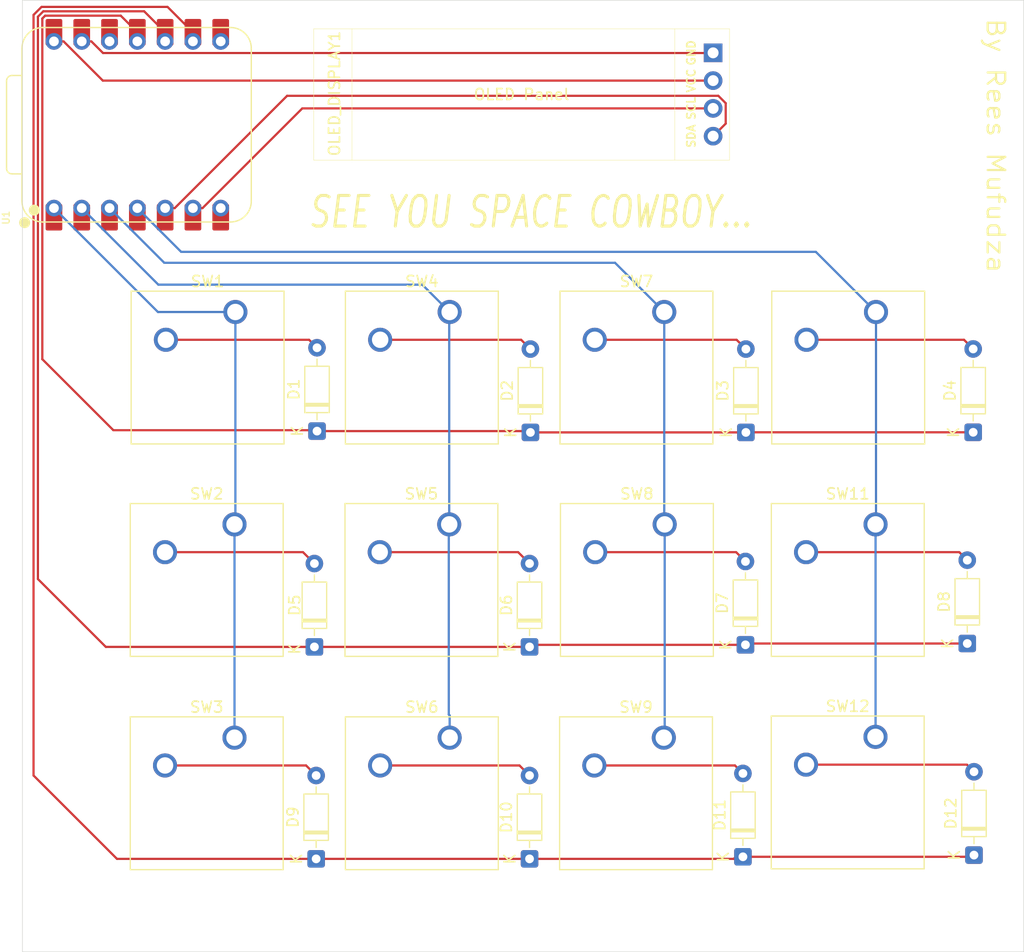
<source format=kicad_pcb>
(kicad_pcb (version 20241229) (generator "pcbnew") (generator_version "9.0")
  (layers (0 "F.Cu" signal) (2 "B.Cu" signal) (13 "F.Paste" user) (15 "B.Paste" user) (5 "F.SilkS" user "F.Silkscreen") (7 "B.SilkS" user "B.Silkscreen") (1 "F.Mask" user) (3 "B.Mask" user) (25 "Edge.Cuts" user))
  (net 0 "")
  (net 1 "Net-(D1-A)")
  (net 2 "Row 0")
  (net 3 "Net-(D2-A)")
  (net 4 "Net-(D3-A)")
  (net 5 "Net-(D4-A)")
  (net 6 "Net-(D5-A)")
  (net 7 "Row 1")
  (net 8 "Net-(D6-A)")
  (net 9 "Net-(D7-A)")
  (net 10 "Net-(D8-A)")
  (net 11 "Net-(D9-A)")
  (net 12 "Column 1")
  (net 13 "Net-(D10-A)")
  (net 14 "Net-(D11-A)")
  (net 15 "Net-(D12-A)")
  (net 16 "Net-(OLED_DISPLAY1-Pin_4)")
  (net 17 "GND")
  (net 18 "Net-(OLED_DISPLAY1-Pin_3)")
  (net 19 "+5V")
  (net 20 "Column 0")
  (net 24 "Row 2")
  (net 25 "Column 2")
  (net 26 "Column 3")
  (footprint "Button_Switch_Keyboard:SW_Cherry_MX_1.00u_PCB" (layer "F.Cu") (at 153 65.5)
    (property "Reference" "SW10" (hide yes))
    (property "Value" "SW_Push")
    (fp_line (start -9.525 -1.905) (end 4.445 -1.905) (stroke (width 0.12)) (layer "F.SilkS"))
    (fp_line (start -9.525 12.065) (end -9.525 -1.905) (stroke (width 0.12)) (layer "F.SilkS"))
    (fp_line (start 4.445 -1.905) (end 4.445 12.065) (stroke (width 0.12)) (layer "F.SilkS"))
    (fp_line (start 4.445 12.065) (end -9.525 12.065) (stroke (width 0.12)) (layer "F.SilkS"))
    (pad "" np_thru_hole circle (at -7.62 5.08) (size 1.7 1.7) (drill 1.7) (layers "*.Cu" "*.Mask"))
    (pad "" np_thru_hole circle (at -2.54 5.08) (size 4 4) (drill 4) (layers "*.Cu" "*.Mask"))
    (pad "" np_thru_hole circle (at 2.54 5.08) (size 1.7 1.7) (drill 1.7) (layers "*.Cu" "*.Mask"))
    (pad "1" thru_hole circle (at 0 0) (size 2.2 2.2) (drill 1.5) (layers "*.Cu" "*.Mask") (net 26 "Column 3"))
    (pad "2" thru_hole circle (at -6.35 2.54) (size 2.2 2.2) (drill 1.5) (layers "*.Cu" "*.Mask") (net 5 "Net-(D4-A)"))
  )
  (footprint "Button_Switch_Keyboard:SW_Cherry_MX_1.00u_PCB" (layer "F.Cu") (at 114.04 65.5)
    (property "Reference" "SW4" (at -2.54 -2.794 0) (layer "F.SilkS"))
    (property "Value" "SW_Push")
    (fp_line (start -9.525 -1.905) (end 4.445 -1.905) (stroke (width 0.12)) (layer "F.SilkS"))
    (fp_line (start -9.525 12.065) (end -9.525 -1.905) (stroke (width 0.12)) (layer "F.SilkS"))
    (fp_line (start 4.445 -1.905) (end 4.445 12.065) (stroke (width 0.12)) (layer "F.SilkS"))
    (fp_line (start 4.445 12.065) (end -9.525 12.065) (stroke (width 0.12)) (layer "F.SilkS"))
    (pad "" np_thru_hole circle (at -7.62 5.08) (size 1.7 1.7) (drill 1.7) (layers "*.Cu" "*.Mask"))
    (pad "" np_thru_hole circle (at -2.54 5.08) (size 4 4) (drill 4) (layers "*.Cu" "*.Mask"))
    (pad "" np_thru_hole circle (at 2.54 5.08) (size 1.7 1.7) (drill 1.7) (layers "*.Cu" "*.Mask"))
    (pad "1" thru_hole circle (at 0 0) (size 2.2 2.2) (drill 1.5) (layers "*.Cu" "*.Mask") (net 12 "Column 1"))
    (pad "2" thru_hole circle (at -6.35 2.54) (size 2.2 2.2) (drill 1.5) (layers "*.Cu" "*.Mask") (net 3 "Net-(D2-A)"))
  )
  (footprint "Button_Switch_Keyboard:SW_Cherry_MX_1.00u_PCB" (layer "F.Cu") (at 133.65 65.5)
    (property "Reference" "SW7" (at -2.54 -2.794 0) (layer "F.SilkS"))
    (property "Value" "SW_Push")
    (fp_line (start -9.525 -1.905) (end 4.445 -1.905) (stroke (width 0.12)) (layer "F.SilkS"))
    (fp_line (start -9.525 12.065) (end -9.525 -1.905) (stroke (width 0.12)) (layer "F.SilkS"))
    (fp_line (start 4.445 -1.905) (end 4.445 12.065) (stroke (width 0.12)) (layer "F.SilkS"))
    (fp_line (start 4.445 12.065) (end -9.525 12.065) (stroke (width 0.12)) (layer "F.SilkS"))
    (pad "" np_thru_hole circle (at -7.62 5.08) (size 1.7 1.7) (drill 1.7) (layers "*.Cu" "*.Mask"))
    (pad "" np_thru_hole circle (at -2.54 5.08) (size 4 4) (drill 4) (layers "*.Cu" "*.Mask"))
    (pad "" np_thru_hole circle (at 2.54 5.08) (size 1.7 1.7) (drill 1.7) (layers "*.Cu" "*.Mask"))
    (pad "1" thru_hole circle (at 0 0) (size 2.2 2.2) (drill 1.5) (layers "*.Cu" "*.Mask") (net 25 "Column 2"))
    (pad "2" thru_hole circle (at -6.35 2.54) (size 2.2 2.2) (drill 1.5) (layers "*.Cu" "*.Mask") (net 4 "Net-(D3-A)"))
  )
  (footprint "OPL Library:XIAO-RP2040-DIP" (layer "F.Cu") (at 85.5 48.38 90)
    (property "Reference" "U1" (at -8.5 -12 90) (layer "F.SilkS") (effects (font (size 0.635 0.635) (thickness 0.1016))))
    (property "Value" "XIAO-RP2040-DIP")
    (fp_line (start -3.991272 -11.951) (end 4.004 -11.951) (stroke (width 0.127)) (layer "F.SilkS"))
    (fp_line (start 4.504 -11.451) (end 4.504 -10.541) (stroke (width 0.127)) (layer "F.SilkS"))
    (fp_line (start 6.985 -10.541) (end -6.985 -10.541) (stroke (width 0.1)) (layer "F.SilkS"))
    (fp_line (start 6.985 -10.541) (end -6.985 -10.541) (stroke (width 0.127)) (layer "F.SilkS"))
    (fp_line (start -4.495 -10.541) (end -4.491272 -11.451272) (stroke (width 0.127)) (layer "F.SilkS"))
    (fp_line (start 8.89 8.509) (end 8.89 -8.636) (stroke (width 0.127)) (layer "F.SilkS"))
    (fp_line (start -8.89 8.509) (end -8.89 -8.636) (stroke (width 0.127)) (layer "F.SilkS"))
    (fp_line (start -6.985 10.414) (end 6.985 10.414) (stroke (width 0.127)) (layer "F.SilkS"))
    (fp_arc (start 4.004 -11.951) (mid 4.357553 -11.804553) (end 4.504 -11.451) (stroke (width 0.127)) (layer "F.SilkS"))
    (fp_arc (start -4.491272 -11.451272) (mid -4.344728 -11.80464) (end -3.991272 -11.951) (stroke (width 0.127)) (layer "F.SilkS"))
    (fp_arc (start 6.985 -10.541) (mid 8.332038 -9.983038) (end 8.89 -8.636) (stroke (width 0.127)) (layer "F.SilkS"))
    (fp_arc (start -8.89 -8.636) (mid -8.332038 -9.983038) (end -6.985 -10.541) (stroke (width 0.127)) (layer "F.SilkS"))
    (fp_arc (start 8.89 8.509) (mid 8.332038 9.856038) (end 6.985 10.414) (stroke (width 0.127)) (layer "F.SilkS"))
    (fp_arc (start -6.985 10.414) (mid -8.332038 9.856038) (end -8.89 8.509) (stroke (width 0.127)) (layer "F.SilkS"))
    (fp_circle (center -8.95 -10.3) (end -8.95 -10.554) (stroke (width 0.5)) (fill yes) (layer "F.SilkS"))
    (fp_circle (center -7.807 -9.42) (end -7.807 -9.674) (stroke (width 0.5)) (fill yes) (layer "F.SilkS"))
    (pad "1" smd roundrect (at -8.455 -7.62 270) (size 2.432 1.524) (layers "F.Cu" "F.Mask") (roundrect_rratio 0.1) (net 20 "Column 0"))
    (pad "1" thru_hole circle (at -7.62 -7.62 270) (size 1.524 1.524) (drill 0.889) (layers "*.Cu" "*.Mask") (net 20 "Column 0"))
    (pad "2" smd roundrect (at -8.455 -5.08 270) (size 2.432 1.524) (layers "F.Cu" "F.Mask") (roundrect_rratio 0.1) (net 12 "Column 1"))
    (pad "2" thru_hole circle (at -7.62 -5.08 270) (size 1.524 1.524) (drill 0.889) (layers "*.Cu" "*.Mask") (net 12 "Column 1"))
    (pad "3" smd roundrect (at -8.455 -2.54 270) (size 2.432 1.524) (layers "F.Cu" "F.Mask") (roundrect_rratio 0.1) (net 25 "Column 2"))
    (pad "3" thru_hole circle (at -7.62 -2.54 270) (size 1.524 1.524) (drill 0.889) (layers "*.Cu" "*.Mask") (net 25 "Column 2"))
    (pad "4" smd roundrect (at -8.455 0 270) (size 2.432 1.524) (layers "F.Cu" "F.Mask") (roundrect_rratio 0.1) (net 26 "Column 3"))
    (pad "4" thru_hole circle (at -7.62 0 270) (size 1.524 1.524) (drill 0.889) (layers "*.Cu" "*.Mask") (net 26 "Column 3"))
    (pad "5" smd roundrect (at -8.455 2.54 270) (size 2.432 1.524) (layers "F.Cu" "F.Mask") (roundrect_rratio 0.1) (net 16 "Net-(OLED_DISPLAY1-Pin_4)"))
    (pad "5" thru_hole circle (at -7.62 2.54 270) (size 1.524 1.524) (drill 0.889) (layers "*.Cu" "*.Mask") (net 16 "Net-(OLED_DISPLAY1-Pin_4)"))
    (pad "6" smd roundrect (at -8.455 5.08 270) (size 2.432 1.524) (layers "F.Cu" "F.Mask") (roundrect_rratio 0.1) (net 18 "Net-(OLED_DISPLAY1-Pin_3)"))
    (pad "6" thru_hole circle (at -7.62 5.08 270) (size 1.524 1.524) (drill 0.889) (layers "*.Cu" "*.Mask") (net 18 "Net-(OLED_DISPLAY1-Pin_3)"))
    (pad "7" smd roundrect (at -8.455 7.62 270) (size 2.432 1.524) (layers "F.Cu" "F.Mask") (roundrect_rratio 0.1))
    (pad "7" thru_hole circle (at -7.62 7.62 270) (size 1.524 1.524) (drill 0.889) (layers "*.Cu" "*.Mask"))
    (pad "8" thru_hole circle (at 7.62 7.62 90) (size 1.524 1.524) (drill 0.889) (layers "*.Cu" "*.Mask"))
    (pad "8" smd roundrect (at 8.455 7.62 90) (size 2.432 1.524) (layers "F.Cu" "F.Mask") (roundrect_rratio 0.1))
    (pad "9" thru_hole circle (at 7.62 5.08 90) (size 1.524 1.524) (drill 0.889) (layers "*.Cu" "*.Mask") (net 24 "Row 2"))
    (pad "9" smd roundrect (at 8.455 5.08 90) (size 2.432 1.524) (layers "F.Cu" "F.Mask") (roundrect_rratio 0.1) (net 24 "Row 2"))
    (pad "10" thru_hole circle (at 7.62 2.54 90) (size 1.524 1.524) (drill 0.889) (layers "*.Cu" "*.Mask") (net 7 "Row 1"))
    (pad "10" smd roundrect (at 8.455 2.54 90) (size 2.432 1.524) (layers "F.Cu" "F.Mask") (roundrect_rratio 0.1) (net 7 "Row 1"))
    (pad "11" thru_hole circle (at 7.62 0 90) (size 1.524 1.524) (drill 0.889) (layers "*.Cu" "*.Mask") (net 2 "Row 0"))
    (pad "11" smd roundrect (at 8.455 0 90) (size 2.432 1.524) (layers "F.Cu" "F.Mask") (roundrect_rratio 0.1) (net 2 "Row 0"))
    (pad "12" thru_hole circle (at 7.62 -2.54 90) (size 1.524 1.524) (drill 0.889) (layers "*.Cu" "*.Mask"))
    (pad "12" smd roundrect (at 8.455 -2.54 90) (size 2.432 1.524) (layers "F.Cu" "F.Mask") (roundrect_rratio 0.1))
    (pad "13" thru_hole circle (at 7.62 -5.08 90) (size 1.524 1.524) (drill 0.889) (layers "*.Cu" "*.Mask") (net 17 "GND"))
    (pad "13" smd roundrect (at 8.455 -5.08 90) (size 2.432 1.524) (layers "F.Cu" "F.Mask") (roundrect_rratio 0.1) (net 17 "GND"))
    (pad "14" thru_hole circle (at 7.62 -7.62 90) (size 1.524 1.524) (drill 0.889) (layers "*.Cu" "*.Mask") (net 19 "+5V"))
    (pad "14" smd roundrect (at 8.455 -7.62 90) (size 2.432 1.524) (layers "F.Cu" "F.Mask") (roundrect_rratio 0.1) (net 19 "+5V"))
  )
  (footprint "Button_Switch_Keyboard:SW_Cherry_MX_1.00u_PCB" (layer "F.Cu") (at 94.38 104.42)
    (property "Reference" "SW3" (at -2.54 -2.794 0) (layer "F.SilkS"))
    (property "Value" "SW_Push")
    (fp_line (start -9.525 -1.905) (end 4.445 -1.905) (stroke (width 0.12)) (layer "F.SilkS"))
    (fp_line (start -9.525 12.065) (end -9.525 -1.905) (stroke (width 0.12)) (layer "F.SilkS"))
    (fp_line (start 4.445 -1.905) (end 4.445 12.065) (stroke (width 0.12)) (layer "F.SilkS"))
    (fp_line (start 4.445 12.065) (end -9.525 12.065) (stroke (width 0.12)) (layer "F.SilkS"))
    (pad "" np_thru_hole circle (at -7.62 5.08) (size 1.7 1.7) (drill 1.7) (layers "*.Cu" "*.Mask"))
    (pad "" np_thru_hole circle (at -2.54 5.08) (size 4 4) (drill 4) (layers "*.Cu" "*.Mask"))
    (pad "" np_thru_hole circle (at 2.54 5.08) (size 1.7 1.7) (drill 1.7) (layers "*.Cu" "*.Mask"))
    (pad "1" thru_hole circle (at 0 0) (size 2.2 2.2) (drill 1.5) (layers "*.Cu" "*.Mask") (net 20 "Column 0"))
    (pad "2" thru_hole circle (at -6.35 2.54) (size 2.2 2.2) (drill 1.5) (layers "*.Cu" "*.Mask") (net 11 "Net-(D9-A)"))
  )
  (footprint "Button_Switch_Keyboard:SW_Cherry_MX_1.00u_PCB" (layer "F.Cu") (at 152.953537 104.345375)
    (property "Reference" "SW12" (at -2.54 -2.794 0) (layer "F.SilkS"))
    (property "Value" "SW_Push")
    (fp_line (start -9.525 -1.905) (end 4.445 -1.905) (stroke (width 0.12)) (layer "F.SilkS"))
    (fp_line (start -9.525 12.065) (end -9.525 -1.905) (stroke (width 0.12)) (layer "F.SilkS"))
    (fp_line (start 4.445 -1.905) (end 4.445 12.065) (stroke (width 0.12)) (layer "F.SilkS"))
    (fp_line (start 4.445 12.065) (end -9.525 12.065) (stroke (width 0.12)) (layer "F.SilkS"))
    (pad "" np_thru_hole circle (at -7.62 5.08) (size 1.7 1.7) (drill 1.7) (layers "*.Cu" "*.Mask"))
    (pad "" np_thru_hole circle (at -2.54 5.08) (size 4 4) (drill 4) (layers "*.Cu" "*.Mask"))
    (pad "" np_thru_hole circle (at 2.54 5.08) (size 1.7 1.7) (drill 1.7) (layers "*.Cu" "*.Mask"))
    (pad "1" thru_hole circle (at 0 0) (size 2.2 2.2) (drill 1.5) (layers "*.Cu" "*.Mask") (net 26 "Column 3"))
    (pad "2" thru_hole circle (at -6.35 2.54) (size 2.2 2.2) (drill 1.5) (layers "*.Cu" "*.Mask") (net 15 "Net-(D12-A)"))
  )
  (footprint "Button_Switch_Keyboard:SW_Cherry_MX_1.00u_PCB" (layer "F.Cu") (at 133.69 84.92)
    (property "Reference" "SW8" (at -2.54 -2.794 0) (layer "F.SilkS"))
    (property "Value" "SW_Push")
    (fp_line (start -9.525 -1.905) (end 4.445 -1.905) (stroke (width 0.12)) (layer "F.SilkS"))
    (fp_line (start -9.525 12.065) (end -9.525 -1.905) (stroke (width 0.12)) (layer "F.SilkS"))
    (fp_line (start 4.445 -1.905) (end 4.445 12.065) (stroke (width 0.12)) (layer "F.SilkS"))
    (fp_line (start 4.445 12.065) (end -9.525 12.065) (stroke (width 0.12)) (layer "F.SilkS"))
    (pad "" np_thru_hole circle (at -7.62 5.08) (size 1.7 1.7) (drill 1.7) (layers "*.Cu" "*.Mask"))
    (pad "" np_thru_hole circle (at -2.54 5.08) (size 4 4) (drill 4) (layers "*.Cu" "*.Mask"))
    (pad "" np_thru_hole circle (at 2.54 5.08) (size 1.7 1.7) (drill 1.7) (layers "*.Cu" "*.Mask"))
    (pad "1" thru_hole circle (at 0 0) (size 2.2 2.2) (drill 1.5) (layers "*.Cu" "*.Mask") (net 25 "Column 2"))
    (pad "2" thru_hole circle (at -6.35 2.54) (size 2.2 2.2) (drill 1.5) (layers "*.Cu" "*.Mask") (net 9 "Net-(D7-A)"))
  )
  (footprint "Button_Switch_Keyboard:SW_Cherry_MX_1.00u_PCB" (layer "F.Cu") (at 94.46 65.5)
    (property "Reference" "SW1" (at -2.54 -2.794 0) (layer "F.SilkS"))
    (property "Value" "SW_Push")
    (fp_line (start -9.525 -1.905) (end 4.445 -1.905) (stroke (width 0.12)) (layer "F.SilkS"))
    (fp_line (start -9.525 12.065) (end -9.525 -1.905) (stroke (width 0.12)) (layer "F.SilkS"))
    (fp_line (start 4.445 -1.905) (end 4.445 12.065) (stroke (width 0.12)) (layer "F.SilkS"))
    (fp_line (start 4.445 12.065) (end -9.525 12.065) (stroke (width 0.12)) (layer "F.SilkS"))
    (pad "" np_thru_hole circle (at -7.62 5.08) (size 1.7 1.7) (drill 1.7) (layers "*.Cu" "*.Mask"))
    (pad "" np_thru_hole circle (at -2.54 5.08) (size 4 4) (drill 4) (layers "*.Cu" "*.Mask"))
    (pad "" np_thru_hole circle (at 2.54 5.08) (size 1.7 1.7) (drill 1.7) (layers "*.Cu" "*.Mask"))
    (pad "1" thru_hole circle (at 0 0) (size 2.2 2.2) (drill 1.5) (layers "*.Cu" "*.Mask") (net 20 "Column 0"))
    (pad "2" thru_hole circle (at -6.35 2.54) (size 2.2 2.2) (drill 1.5) (layers "*.Cu" "*.Mask") (net 1 "Net-(D1-A)"))
  )
  (footprint "Diode_THT:D_DO-35_SOD27_P7.62mm_Horizontal" (layer "F.Cu") (at 140.84 115.31 90)
    (property "Reference" "D11" (at 3.81 -2.12 90) (layer "F.SilkS"))
    (property "Value" "1N4148")
    (fp_line (start 2.53 -1.12) (end 2.53 1.12) (stroke (width 0.12)) (layer "F.SilkS"))
    (fp_line (start 2.41 -1.12) (end 2.41 1.12) (stroke (width 0.12)) (layer "F.SilkS"))
    (fp_line (start 2.29 -1.12) (end 2.29 1.12) (stroke (width 0.12)) (layer "F.SilkS"))
    (fp_line (start 6.58 0) (end 5.93 0) (stroke (width 0.12)) (layer "F.SilkS"))
    (fp_line (start 1.04 0) (end 1.69 0) (stroke (width 0.12)) (layer "F.SilkS"))
    (fp_rect (start 1.69 -1.12) (end 5.93 1.12) (stroke (width 0.12)) (fill no) (layer "F.SilkS"))
    (fp_text user "K" (at 0 -1.8 90) (layer "F.SilkS"))
    (pad "1" thru_hole roundrect (at 0 0 90) (size 1.6 1.6) (drill 0.8) (layers "*.Cu" "*.Mask") (roundrect_rratio 0.15625) (net 24 "Row 2"))
    (pad "2" thru_hole circle (at 7.62 0 90) (size 1.6 1.6) (drill 0.8) (layers "*.Cu" "*.Mask") (net 14 "Net-(D11-A)"))
  )
  (footprint "Diode_THT:D_DO-35_SOD27_P7.62mm_Horizontal" (layer "F.Cu") (at 161.953537 115.155375 90)
    (property "Reference" "D12" (at 3.81 -2.12 90) (layer "F.SilkS"))
    (property "Value" "1N4148")
    (fp_line (start 2.53 -1.12) (end 2.53 1.12) (stroke (width 0.12)) (layer "F.SilkS"))
    (fp_line (start 2.41 -1.12) (end 2.41 1.12) (stroke (width 0.12)) (layer "F.SilkS"))
    (fp_line (start 2.29 -1.12) (end 2.29 1.12) (stroke (width 0.12)) (layer "F.SilkS"))
    (fp_line (start 6.58 0) (end 5.93 0) (stroke (width 0.12)) (layer "F.SilkS"))
    (fp_line (start 1.04 0) (end 1.69 0) (stroke (width 0.12)) (layer "F.SilkS"))
    (fp_rect (start 1.69 -1.12) (end 5.93 1.12) (stroke (width 0.12)) (fill no) (layer "F.SilkS"))
    (fp_text user "K" (at 0 -1.8 90) (layer "F.SilkS"))
    (pad "1" thru_hole roundrect (at 0 0 90) (size 1.6 1.6) (drill 0.8) (layers "*.Cu" "*.Mask") (roundrect_rratio 0.15625) (net 24 "Row 2"))
    (pad "2" thru_hole circle (at 7.62 0 90) (size 1.6 1.6) (drill 0.8) (layers "*.Cu" "*.Mask") (net 15 "Net-(D12-A)"))
  )
  (footprint "Diode_THT:D_DO-35_SOD27_P7.62mm_Horizontal" (layer "F.Cu") (at 121.42 76.51 90)
    (property "Reference" "D2" (at 3.81 -2.12 90) (layer "F.SilkS"))
    (property "Value" "1N4148")
    (fp_line (start 2.53 -1.12) (end 2.53 1.12) (stroke (width 0.12)) (layer "F.SilkS"))
    (fp_line (start 2.41 -1.12) (end 2.41 1.12) (stroke (width 0.12)) (layer "F.SilkS"))
    (fp_line (start 2.29 -1.12) (end 2.29 1.12) (stroke (width 0.12)) (layer "F.SilkS"))
    (fp_line (start 6.58 0) (end 5.93 0) (stroke (width 0.12)) (layer "F.SilkS"))
    (fp_line (start 1.04 0) (end 1.69 0) (stroke (width 0.12)) (layer "F.SilkS"))
    (fp_rect (start 1.69 -1.12) (end 5.93 1.12) (stroke (width 0.12)) (fill no) (layer "F.SilkS"))
    (fp_text user "K" (at 0 -1.8 90) (layer "F.SilkS"))
    (pad "1" thru_hole roundrect (at 0 0 90) (size 1.6 1.6) (drill 0.8) (layers "*.Cu" "*.Mask") (roundrect_rratio 0.15625) (net 2 "Row 0"))
    (pad "2" thru_hole circle (at 7.62 0 90) (size 1.6 1.6) (drill 0.8) (layers "*.Cu" "*.Mask") (net 3 "Net-(D2-A)"))
  )
  (footprint "Button_Switch_Keyboard:SW_Cherry_MX_1.00u_PCB" (layer "F.Cu") (at 114 84.92)
    (property "Reference" "SW5" (at -2.54 -2.794 0) (layer "F.SilkS"))
    (property "Value" "SW_Push")
    (fp_line (start -9.525 -1.905) (end 4.445 -1.905) (stroke (width 0.12)) (layer "F.SilkS"))
    (fp_line (start -9.525 12.065) (end -9.525 -1.905) (stroke (width 0.12)) (layer "F.SilkS"))
    (fp_line (start 4.445 -1.905) (end 4.445 12.065) (stroke (width 0.12)) (layer "F.SilkS"))
    (fp_line (start 4.445 12.065) (end -9.525 12.065) (stroke (width 0.12)) (layer "F.SilkS"))
    (pad "" np_thru_hole circle (at -7.62 5.08) (size 1.7 1.7) (drill 1.7) (layers "*.Cu" "*.Mask"))
    (pad "" np_thru_hole circle (at -2.54 5.08) (size 4 4) (drill 4) (layers "*.Cu" "*.Mask"))
    (pad "" np_thru_hole circle (at 2.54 5.08) (size 1.7 1.7) (drill 1.7) (layers "*.Cu" "*.Mask"))
    (pad "1" thru_hole circle (at 0 0) (size 2.2 2.2) (drill 1.5) (layers "*.Cu" "*.Mask") (net 12 "Column 1"))
    (pad "2" thru_hole circle (at -6.35 2.54) (size 2.2 2.2) (drill 1.5) (layers "*.Cu" "*.Mask") (net 8 "Net-(D6-A)"))
  )
  (footprint "ssd1306 0.91:SSD1306-0.91-OLED-4pin-128x32" (layer "F.Cu") (at 101.615 39.615)
    (property "Reference" "OLED_DISPLAY1" (at 1.9 5.91 90) (layer "F.SilkS"))
    (property "Value" "Conn_01x04_Pin")
    (fp_line (start 0 0) (end 0 12) (stroke (width 0.04)) (layer "F.SilkS"))
    (fp_line (start 0 12) (end 38 12) (stroke (width 0.04)) (layer "F.SilkS"))
    (fp_line (start 3.5 0) (end 3.5 12) (stroke (width 0.04)) (layer "F.SilkS"))
    (fp_line (start 33 0) (end 33 12) (stroke (width 0.04)) (layer "F.SilkS"))
    (fp_line (start 38 0) (end 0 0) (stroke (width 0.04)) (layer "F.SilkS"))
    (fp_line (start 38 12) (end 38 0) (stroke (width 0.04)) (layer "F.SilkS"))
    (fp_text user "SCL" (at 34.5 7.27 90) (layer "F.SilkS") (effects (font (size 0.75 0.75))))
    (fp_text user "OLED Panel" (at 19 6 0) (layer "F.SilkS"))
    (fp_text user "SDA" (at 34.5 9.81 90) (layer "F.SilkS") (effects (font (size 0.75 0.75))))
    (fp_text user "GND" (at 34.5 2.19 90) (layer "F.SilkS") (effects (font (size 0.75 0.75))))
    (fp_text user "VCC" (at 34.5 4.73 90) (layer "F.SilkS") (effects (font (size 0.75 0.75))))
    (pad "1" thru_hole rect (at 36.5 2.19) (size 1.7 1.7) (drill 1) (layers "*.Cu" "*.Mask") (net 17 "GND"))
    (pad "2" thru_hole oval (at 36.5 4.73) (size 1.7 1.7) (drill 1) (layers "*.Cu" "*.Mask") (net 19 "+5V"))
    (pad "3" thru_hole oval (at 36.5 7.27) (size 1.7 1.7) (drill 1) (layers "*.Cu" "*.Mask") (net 18 "Net-(OLED_DISPLAY1-Pin_3)"))
    (pad "4" thru_hole oval (at 36.5 9.81) (size 1.7 1.7) (drill 1) (layers "*.Cu" "*.Mask") (net 16 "Net-(OLED_DISPLAY1-Pin_4)"))
  )
  (footprint "Diode_THT:D_DO-35_SOD27_P7.62mm_Horizontal" (layer "F.Cu") (at 141.11 76.51 90)
    (property "Reference" "D3" (at 3.81 -2.12 90) (layer "F.SilkS"))
    (property "Value" "1N4148")
    (fp_line (start 2.53 -1.12) (end 2.53 1.12) (stroke (width 0.12)) (layer "F.SilkS"))
    (fp_line (start 2.41 -1.12) (end 2.41 1.12) (stroke (width 0.12)) (layer "F.SilkS"))
    (fp_line (start 2.29 -1.12) (end 2.29 1.12) (stroke (width 0.12)) (layer "F.SilkS"))
    (fp_line (start 6.58 0) (end 5.93 0) (stroke (width 0.12)) (layer "F.SilkS"))
    (fp_line (start 1.04 0) (end 1.69 0) (stroke (width 0.12)) (layer "F.SilkS"))
    (fp_rect (start 1.69 -1.12) (end 5.93 1.12) (stroke (width 0.12)) (fill no) (layer "F.SilkS"))
    (fp_text user "K" (at 0 -1.8 90) (layer "F.SilkS"))
    (pad "1" thru_hole roundrect (at 0 0 90) (size 1.6 1.6) (drill 0.8) (layers "*.Cu" "*.Mask") (roundrect_rratio 0.15625) (net 2 "Row 0"))
    (pad "2" thru_hole circle (at 7.62 0 90) (size 1.6 1.6) (drill 0.8) (layers "*.Cu" "*.Mask") (net 4 "Net-(D3-A)"))
  )
  (footprint "Diode_THT:D_DO-35_SOD27_P7.62mm_Horizontal" (layer "F.Cu") (at 161.88 76.5 90)
    (property "Reference" "D4" (at 3.81 -2.12 90) (layer "F.SilkS"))
    (property "Value" "1N4148")
    (fp_line (start 2.53 -1.12) (end 2.53 1.12) (stroke (width 0.12)) (layer "F.SilkS"))
    (fp_line (start 2.41 -1.12) (end 2.41 1.12) (stroke (width 0.12)) (layer "F.SilkS"))
    (fp_line (start 2.29 -1.12) (end 2.29 1.12) (stroke (width 0.12)) (layer "F.SilkS"))
    (fp_line (start 6.58 0) (end 5.93 0) (stroke (width 0.12)) (layer "F.SilkS"))
    (fp_line (start 1.04 0) (end 1.69 0) (stroke (width 0.12)) (layer "F.SilkS"))
    (fp_rect (start 1.69 -1.12) (end 5.93 1.12) (stroke (width 0.12)) (fill no) (layer "F.SilkS"))
    (fp_text user "K" (at 0 -1.8 90) (layer "F.SilkS"))
    (pad "1" thru_hole roundrect (at 0 0 90) (size 1.6 1.6) (drill 0.8) (layers "*.Cu" "*.Mask") (roundrect_rratio 0.15625) (net 2 "Row 0"))
    (pad "2" thru_hole circle (at 7.62 0 90) (size 1.6 1.6) (drill 0.8) (layers "*.Cu" "*.Mask") (net 5 "Net-(D4-A)"))
  )
  (footprint "Diode_THT:D_DO-35_SOD27_P7.62mm_Horizontal" (layer "F.Cu") (at 121.34 96.12 90)
    (property "Reference" "D6" (at 3.81 -2.12 90) (layer "F.SilkS"))
    (property "Value" "1N4148")
    (fp_line (start 2.53 -1.12) (end 2.53 1.12) (stroke (width 0.12)) (layer "F.SilkS"))
    (fp_line (start 2.41 -1.12) (end 2.41 1.12) (stroke (width 0.12)) (layer "F.SilkS"))
    (fp_line (start 2.29 -1.12) (end 2.29 1.12) (stroke (width 0.12)) (layer "F.SilkS"))
    (fp_line (start 6.58 0) (end 5.93 0) (stroke (width 0.12)) (layer "F.SilkS"))
    (fp_line (start 1.04 0) (end 1.69 0) (stroke (width 0.12)) (layer "F.SilkS"))
    (fp_rect (start 1.69 -1.12) (end 5.93 1.12) (stroke (width 0.12)) (fill no) (layer "F.SilkS"))
    (fp_text user "K" (at 0 -1.8 90) (layer "F.SilkS"))
    (pad "1" thru_hole roundrect (at 0 0 90) (size 1.6 1.6) (drill 0.8) (layers "*.Cu" "*.Mask") (roundrect_rratio 0.15625) (net 7 "Row 1"))
    (pad "2" thru_hole circle (at 7.62 0 90) (size 1.6 1.6) (drill 0.8) (layers "*.Cu" "*.Mask") (net 8 "Net-(D6-A)"))
  )
  (footprint "Diode_THT:D_DO-35_SOD27_P7.62mm_Horizontal" (layer "F.Cu") (at 141.07 95.93 90)
    (property "Reference" "D7" (at 3.81 -2.12 90) (layer "F.SilkS"))
    (property "Value" "1N4148")
    (fp_line (start 2.53 -1.12) (end 2.53 1.12) (stroke (width 0.12)) (layer "F.SilkS"))
    (fp_line (start 2.41 -1.12) (end 2.41 1.12) (stroke (width 0.12)) (layer "F.SilkS"))
    (fp_line (start 2.29 -1.12) (end 2.29 1.12) (stroke (width 0.12)) (layer "F.SilkS"))
    (fp_line (start 6.58 0) (end 5.93 0) (stroke (width 0.12)) (layer "F.SilkS"))
    (fp_line (start 1.04 0) (end 1.69 0) (stroke (width 0.12)) (layer "F.SilkS"))
    (fp_rect (start 1.69 -1.12) (end 5.93 1.12) (stroke (width 0.12)) (fill no) (layer "F.SilkS"))
    (fp_text user "K" (at 0 -1.8 90) (layer "F.SilkS"))
    (pad "1" thru_hole roundrect (at 0 0 90) (size 1.6 1.6) (drill 0.8) (layers "*.Cu" "*.Mask") (roundrect_rratio 0.15625) (net 7 "Row 1"))
    (pad "2" thru_hole circle (at 7.62 0 90) (size 1.6 1.6) (drill 0.8) (layers "*.Cu" "*.Mask") (net 9 "Net-(D7-A)"))
  )
  (footprint "Diode_THT:D_DO-35_SOD27_P7.62mm_Horizontal" (layer "F.Cu") (at 101.84 115.5 90)
    (property "Reference" "D9" (at 3.81 -2.12 90) (layer "F.SilkS"))
    (property "Value" "1N4148")
    (fp_line (start 2.53 -1.12) (end 2.53 1.12) (stroke (width 0.12)) (layer "F.SilkS"))
    (fp_line (start 2.41 -1.12) (end 2.41 1.12) (stroke (width 0.12)) (layer "F.SilkS"))
    (fp_line (start 2.29 -1.12) (end 2.29 1.12) (stroke (width 0.12)) (layer "F.SilkS"))
    (fp_line (start 6.58 0) (end 5.93 0) (stroke (width 0.12)) (layer "F.SilkS"))
    (fp_line (start 1.04 0) (end 1.69 0) (stroke (width 0.12)) (layer "F.SilkS"))
    (fp_rect (start 1.69 -1.12) (end 5.93 1.12) (stroke (width 0.12)) (fill no) (layer "F.SilkS"))
    (fp_text user "K" (at 0 -1.8 90) (layer "F.SilkS"))
    (pad "1" thru_hole roundrect (at 0 0 90) (size 1.6 1.6) (drill 0.8) (layers "*.Cu" "*.Mask") (roundrect_rratio 0.15625) (net 24 "Row 2"))
    (pad "2" thru_hole circle (at 7.62 0 90) (size 1.6 1.6) (drill 0.8) (layers "*.Cu" "*.Mask") (net 11 "Net-(D9-A)"))
  )
  (footprint "Diode_THT:D_DO-35_SOD27_P7.62mm_Horizontal" (layer "F.Cu") (at 161.34 95.81 90)
    (property "Reference" "D8" (at 3.81 -2.12 90) (layer "F.SilkS"))
    (property "Value" "1N4148")
    (fp_line (start 2.53 -1.12) (end 2.53 1.12) (stroke (width 0.12)) (layer "F.SilkS"))
    (fp_line (start 2.41 -1.12) (end 2.41 1.12) (stroke (width 0.12)) (layer "F.SilkS"))
    (fp_line (start 2.29 -1.12) (end 2.29 1.12) (stroke (width 0.12)) (layer "F.SilkS"))
    (fp_line (start 6.58 0) (end 5.93 0) (stroke (width 0.12)) (layer "F.SilkS"))
    (fp_line (start 1.04 0) (end 1.69 0) (stroke (width 0.12)) (layer "F.SilkS"))
    (fp_rect (start 1.69 -1.12) (end 5.93 1.12) (stroke (width 0.12)) (fill no) (layer "F.SilkS"))
    (fp_text user "K" (at 0 -1.8 90) (layer "F.SilkS"))
    (pad "1" thru_hole roundrect (at 0 0 90) (size 1.6 1.6) (drill 0.8) (layers "*.Cu" "*.Mask") (roundrect_rratio 0.15625) (net 7 "Row 1"))
    (pad "2" thru_hole circle (at 7.62 0 90) (size 1.6 1.6) (drill 0.8) (layers "*.Cu" "*.Mask") (net 10 "Net-(D8-A)"))
  )
  (footprint "Diode_THT:D_DO-35_SOD27_P7.62mm_Horizontal" (layer "F.Cu") (at 101.68 96.12 90)
    (property "Reference" "D5" (at 3.81 -1.8 90) (layer "F.SilkS"))
    (property "Value" "1N4148")
    (fp_line (start 2.53 -1.12) (end 2.53 1.12) (stroke (width 0.12)) (layer "F.SilkS"))
    (fp_line (start 2.41 -1.12) (end 2.41 1.12) (stroke (width 0.12)) (layer "F.SilkS"))
    (fp_line (start 2.29 -1.12) (end 2.29 1.12) (stroke (width 0.12)) (layer "F.SilkS"))
    (fp_line (start 6.58 0) (end 5.93 0) (stroke (width 0.12)) (layer "F.SilkS"))
    (fp_line (start 1.04 0) (end 1.69 0) (stroke (width 0.12)) (layer "F.SilkS"))
    (fp_rect (start 1.69 -1.12) (end 5.93 1.12) (stroke (width 0.12)) (fill no) (layer "F.SilkS"))
    (fp_text user "K" (at -0.19 -1.8 90) (layer "F.SilkS"))
    (pad "1" thru_hole roundrect (at 0 0 90) (size 1.6 1.6) (drill 0.8) (layers "*.Cu" "*.Mask") (roundrect_rratio 0.15625) (net 7 "Row 1"))
    (pad "2" thru_hole circle (at 7.62 0 90) (size 1.6 1.6) (drill 0.8) (layers "*.Cu" "*.Mask") (net 6 "Net-(D5-A)"))
  )
  (footprint "Diode_THT:D_DO-35_SOD27_P7.62mm_Horizontal" (layer "F.Cu") (at 101.92 76.39 90)
    (property "Reference" "D1" (at 3.81 -2.12 90) (layer "F.SilkS"))
    (property "Value" "1N4148")
    (fp_line (start 2.53 -1.12) (end 2.53 1.12) (stroke (width 0.12)) (layer "F.SilkS"))
    (fp_line (start 2.41 -1.12) (end 2.41 1.12) (stroke (width 0.12)) (layer "F.SilkS"))
    (fp_line (start 2.29 -1.12) (end 2.29 1.12) (stroke (width 0.12)) (layer "F.SilkS"))
    (fp_line (start 6.58 0) (end 5.93 0) (stroke (width 0.12)) (layer "F.SilkS"))
    (fp_line (start 1.04 0) (end 1.69 0) (stroke (width 0.12)) (layer "F.SilkS"))
    (fp_rect (start 1.69 -1.12) (end 5.93 1.12) (stroke (width 0.12)) (fill no) (layer "F.SilkS"))
    (fp_text user "K" (at 0 -1.8 90) (layer "F.SilkS"))
    (pad "1" thru_hole roundrect (at 0 0 90) (size 1.6 1.6) (drill 0.8) (layers "*.Cu" "*.Mask") (roundrect_rratio 0.15625) (net 2 "Row 0"))
    (pad "2" thru_hole circle (at 7.62 0 90) (size 1.6 1.6) (drill 0.8) (layers "*.Cu" "*.Mask") (net 1 "Net-(D1-A)"))
  )
  (footprint "Button_Switch_Keyboard:SW_Cherry_MX_1.00u_PCB" (layer "F.Cu") (at 114.04 104.42)
    (property "Reference" "SW6" (at -2.54 -2.794 0) (layer "F.SilkS"))
    (property "Value" "SW_Push")
    (fp_line (start -9.525 -1.905) (end 4.445 -1.905) (stroke (width 0.12)) (layer "F.SilkS"))
    (fp_line (start -9.525 12.065) (end -9.525 -1.905) (stroke (width 0.12)) (layer "F.SilkS"))
    (fp_line (start 4.445 -1.905) (end 4.445 12.065) (stroke (width 0.12)) (layer "F.SilkS"))
    (fp_line (start 4.445 12.065) (end -9.525 12.065) (stroke (width 0.12)) (layer "F.SilkS"))
    (pad "" np_thru_hole circle (at -7.62 5.08) (size 1.7 1.7) (drill 1.7) (layers "*.Cu" "*.Mask"))
    (pad "" np_thru_hole circle (at -2.54 5.08) (size 4 4) (drill 4) (layers "*.Cu" "*.Mask"))
    (pad "" np_thru_hole circle (at 2.54 5.08) (size 1.7 1.7) (drill 1.7) (layers "*.Cu" "*.Mask"))
    (pad "1" thru_hole circle (at 0 0) (size 2.2 2.2) (drill 1.5) (layers "*.Cu" "*.Mask") (net 12 "Column 1"))
    (pad "2" thru_hole circle (at -6.35 2.54) (size 2.2 2.2) (drill 1.5) (layers "*.Cu" "*.Mask") (net 13 "Net-(D10-A)"))
  )
  (footprint "Button_Switch_Keyboard:SW_Cherry_MX_1.00u_PCB" (layer "F.Cu") (at 152.96 84.92)
    (property "Reference" "SW11" (at -2.54 -2.794 0) (layer "F.SilkS"))
    (property "Value" "SW_Push")
    (fp_line (start -9.525 -1.905) (end 4.445 -1.905) (stroke (width 0.12)) (layer "F.SilkS"))
    (fp_line (start -9.525 12.065) (end -9.525 -1.905) (stroke (width 0.12)) (layer "F.SilkS"))
    (fp_line (start 4.445 -1.905) (end 4.445 12.065) (stroke (width 0.12)) (layer "F.SilkS"))
    (fp_line (start 4.445 12.065) (end -9.525 12.065) (stroke (width 0.12)) (layer "F.SilkS"))
    (pad "" np_thru_hole circle (at -7.62 5.08) (size 1.7 1.7) (drill 1.7) (layers "*.Cu" "*.Mask"))
    (pad "" np_thru_hole circle (at -2.54 5.08) (size 4 4) (drill 4) (layers "*.Cu" "*.Mask"))
    (pad "" np_thru_hole circle (at 2.54 5.08) (size 1.7 1.7) (drill 1.7) (layers "*.Cu" "*.Mask"))
    (pad "1" thru_hole circle (at 0 0) (size 2.2 2.2) (drill 1.5) (layers "*.Cu" "*.Mask") (net 26 "Column 3"))
    (pad "2" thru_hole circle (at -6.35 2.54) (size 2.2 2.2) (drill 1.5) (layers "*.Cu" "*.Mask") (net 10 "Net-(D8-A)"))
  )
  (footprint "Button_Switch_Keyboard:SW_Cherry_MX_1.00u_PCB" (layer "F.Cu") (at 94.38 84.92)
    (property "Reference" "SW2" (at -2.54 -2.794 0) (layer "F.SilkS"))
    (property "Value" "SW_Push")
    (fp_line (start -9.525 -1.905) (end 4.445 -1.905) (stroke (width 0.12)) (layer "F.SilkS"))
    (fp_line (start -9.525 12.065) (end -9.525 -1.905) (stroke (width 0.12)) (layer "F.SilkS"))
    (fp_line (start 4.445 -1.905) (end 4.445 12.065) (stroke (width 0.12)) (layer "F.SilkS"))
    (fp_line (start 4.445 12.065) (end -9.525 12.065) (stroke (width 0.12)) (layer "F.SilkS"))
    (pad "" np_thru_hole circle (at -7.62 5.08) (size 1.7 1.7) (drill 1.7) (layers "*.Cu" "*.Mask"))
    (pad "" np_thru_hole circle (at -2.54 5.08) (size 4 4) (drill 4) (layers "*.Cu" "*.Mask"))
    (pad "" np_thru_hole circle (at 2.54 5.08) (size 1.7 1.7) (drill 1.7) (layers "*.Cu" "*.Mask"))
    (pad "1" thru_hole circle (at 0 0) (size 2.2 2.2) (drill 1.5) (layers "*.Cu" "*.Mask") (net 20 "Column 0"))
    (pad "2" thru_hole circle (at -6.35 2.54) (size 2.2 2.2) (drill 1.5) (layers "*.Cu" "*.Mask") (net 6 "Net-(D5-A)"))
  )
  (footprint "Diode_THT:D_DO-35_SOD27_P7.62mm_Horizontal" (layer "F.Cu") (at 121.34 115.5 90)
    (property "Reference" "D10" (at 3.81 -2.12 90) (layer "F.SilkS"))
    (property "Value" "1N4148")
    (fp_line (start 2.53 -1.12) (end 2.53 1.12) (stroke (width 0.12)) (layer "F.SilkS"))
    (fp_line (start 2.41 -1.12) (end 2.41 1.12) (stroke (width 0.12)) (layer "F.SilkS"))
    (fp_line (start 2.29 -1.12) (end 2.29 1.12) (stroke (width 0.12)) (layer "F.SilkS"))
    (fp_line (start 6.58 0) (end 5.93 0) (stroke (width 0.12)) (layer "F.SilkS"))
    (fp_line (start 1.04 0) (end 1.69 0) (stroke (width 0.12)) (layer "F.SilkS"))
    (fp_rect (start 1.69 -1.12) (end 5.93 1.12) (stroke (width 0.12)) (fill no) (layer "F.SilkS"))
    (fp_text user "K" (at 0 -1.8 90) (layer "F.SilkS"))
    (pad "1" thru_hole roundrect (at 0 0 90) (size 1.6 1.6) (drill 0.8) (layers "*.Cu" "*.Mask") (roundrect_rratio 0.15625) (net 24 "Row 2"))
    (pad "2" thru_hole circle (at 7.62 0 90) (size 1.6 1.6) (drill 0.8) (layers "*.Cu" "*.Mask") (net 13 "Net-(D10-A)"))
  )
  (footprint "Button_Switch_Keyboard:SW_Cherry_MX_1.00u_PCB" (layer "F.Cu") (at 133.61 104.42)
    (property "Reference" "SW9" (at -2.54 -2.794 0) (layer "F.SilkS"))
    (property "Value" "SW_Push")
    (fp_line (start -9.525 -1.905) (end 4.445 -1.905) (stroke (width 0.12)) (layer "F.SilkS"))
    (fp_line (start -9.525 12.065) (end -9.525 -1.905) (stroke (width 0.12)) (layer "F.SilkS"))
    (fp_line (start 4.445 -1.905) (end 4.445 12.065) (stroke (width 0.12)) (layer "F.SilkS"))
    (fp_line (start 4.445 12.065) (end -9.525 12.065) (stroke (width 0.12)) (layer "F.SilkS"))
    (pad "" np_thru_hole circle (at -7.62 5.08) (size 1.7 1.7) (drill 1.7) (layers "*.Cu" "*.Mask"))
    (pad "" np_thru_hole circle (at -2.54 5.08) (size 4 4) (drill 4) (layers "*.Cu" "*.Mask"))
    (pad "" np_thru_hole circle (at 2.54 5.08) (size 1.7 1.7) (drill 1.7) (layers "*.Cu" "*.Mask"))
    (pad "1" thru_hole circle (at 0 0) (size 2.2 2.2) (drill 1.5) (layers "*.Cu" "*.Mask") (net 25 "Column 2"))
    (pad "2" thru_hole circle (at -6.35 2.54) (size 2.2 2.2) (drill 1.5) (layers "*.Cu" "*.Mask") (net 14 "Net-(D11-A)"))
  )
  (gr_rect (start 75 37) (end 166.5 124) (stroke (width 0.05)) (fill no) (layer "Edge.Cuts"))
  (gr_text "By Rees Mufudza" (at 163 38.5 270) (layer "F.SilkS") (effects (font (size 1.6 1.8) (thickness 0.2)) (justify left bottom)))
  (gr_text "SEE YOU SPACE COWBOY..." (at 101 58 0) (layer "F.SilkS") (effects (font (size 2.8 2) (thickness 0.28) (italic yes)) (justify left bottom)))
  (segment (start 88.11 68.04) (end 101.19 68.04) (width 0.2) (layer "F.Cu") (net 1))
  (segment (start 101.19 68.04) (end 101.92 68.77) (width 0.2) (layer "F.Cu") (net 1))
  (segment (start 101.92 76.39) (end 121.3 76.39) (width 0.2) (layer "F.Cu") (net 2))
  (segment (start 76.817 38.669374) (end 77.078374 38.408) (width 0.2) (layer "F.Cu") (net 2))
  (segment (start 162.31 76.5) (end 161.88 76.5) (width 0.2) (layer "F.Cu") (net 2))
  (segment (start 83.983 38.408) (end 85.5 39.925) (width 0.2) (layer "F.Cu") (net 2))
  (segment (start 121.3 76.39) (end 121.42 76.51) (width 0.2) (layer "F.Cu") (net 2))
  (segment (start 101.8 76.31) (end 83.31 76.31) (width 0.2) (layer "F.Cu") (net 2))
  (segment (start 83.31 76.31) (end 76.817 69.817) (width 0.2) (layer "F.Cu") (net 2))
  (segment (start 162.5 76.31) (end 162.31 76.5) (width 0.2) (layer "F.Cu") (net 2))
  (segment (start 101.92 76.39) (end 101.88 76.39) (width 0.2) (layer "F.Cu") (net 2))
  (segment (start 141.5 76.5) (end 161.88 76.5) (width 0.2) (layer "F.Cu") (net 2))
  (segment (start 141.49 76.51) (end 141.5 76.5) (width 0.2) (layer "F.Cu") (net 2))
  (segment (start 141.11 76.51) (end 141.49 76.51) (width 0.2) (layer "F.Cu") (net 2))
  (segment (start 76.817 69.817) (end 76.817 38.669374) (width 0.2) (layer "F.Cu") (net 2))
  (segment (start 121.42 76.51) (end 141.11 76.51) (width 0.2) (layer "F.Cu") (net 2))
  (segment (start 101.88 76.39) (end 101.8 76.31) (width 0.2) (layer "F.Cu") (net 2))
  (segment (start 77.078374 38.408) (end 83.983 38.408) (width 0.2) (layer "F.Cu") (net 2))
  (segment (start 120.57 68.04) (end 121.42 68.89) (width 0.2) (layer "F.Cu") (net 3))
  (segment (start 107.69 68.04) (end 120.57 68.04) (width 0.2) (layer "F.Cu") (net 3))
  (segment (start 140.26 68.04) (end 141.11 68.89) (width 0.2) (layer "F.Cu") (net 4))
  (segment (start 127.3 68.04) (end 140.26 68.04) (width 0.2) (layer "F.Cu") (net 4))
  (segment (start 161.04 68.04) (end 161.88 68.88) (width 0.2) (layer "F.Cu") (net 5))
  (segment (start 146.65 68.04) (end 161.04 68.04) (width 0.2) (layer "F.Cu") (net 5))
  (segment (start 88.03 87.46) (end 100.64 87.46) (width 0.2) (layer "F.Cu") (net 6))
  (segment (start 100.64 87.46) (end 101.68 88.5) (width 0.2) (layer "F.Cu") (net 6))
  (segment (start 76.416 38.503274) (end 76.912274 38.007) (width 0.2) (layer "F.Cu") (net 7))
  (segment (start 82.62 96.12) (end 76.416 89.916) (width 0.2) (layer "F.Cu") (net 7))
  (segment (start 76.416 89.916) (end 76.416 38.503274) (width 0.2) (layer "F.Cu") (net 7))
  (segment (start 121.53 95.93) (end 141.07 95.93) (width 0.2) (layer "F.Cu") (net 7))
  (segment (start 141.19 95.81) (end 141.07 95.93) (width 0.2) (layer "F.Cu") (net 7))
  (segment (start 101.68 96.12) (end 82.62 96.12) (width 0.2) (layer "F.Cu") (net 7))
  (segment (start 101.68 96.12) (end 121.34 96.12) (width 0.2) (layer "F.Cu") (net 7))
  (segment (start 121.34 96.12) (end 121.53 95.93) (width 0.2) (layer "F.Cu") (net 7))
  (segment (start 161.34 95.81) (end 141.19 95.81) (width 0.2) (layer "F.Cu") (net 7))
  (segment (start 76.912274 38.007) (end 86.122 38.007) (width 0.2) (layer "F.Cu") (net 7))
  (segment (start 86.122 38.007) (end 88.04 39.925) (width 0.2) (layer "F.Cu") (net 7))
  (segment (start 107.65 87.46) (end 120.3 87.46) (width 0.2) (layer "F.Cu") (net 8))
  (segment (start 120.3 87.46) (end 121.34 88.5) (width 0.2) (layer "F.Cu") (net 8))
  (segment (start 127.34 87.46) (end 140.22 87.46) (width 0.2) (layer "F.Cu") (net 9))
  (segment (start 140.22 87.46) (end 141.07 88.31) (width 0.2) (layer "F.Cu") (net 9))
  (segment (start 160.61 87.46) (end 161.34 88.19) (width 0.2) (layer "F.Cu") (net 10))
  (segment (start 146.61 87.46) (end 160.61 87.46) (width 0.2) (layer "F.Cu") (net 10))
  (segment (start 88.03 106.96) (end 100.92 106.96) (width 0.2) (layer "F.Cu") (net 11))
  (segment (start 100.92 106.96) (end 101.84 107.88) (width 0.2) (layer "F.Cu") (net 11))
  (segment (start 80.42 56.835) (end 80.42 56) (width 0.2) (layer "F.Cu") (net 12))
  (segment (start 114.04 102.38) (end 113.96 102.3) (width 0.2) (layer "B.Cu") (net 12))
  (segment (start 114 65.54) (end 114.04 65.5) (width 0.2) (layer "B.Cu") (net 12))
  (segment (start 111.54 63) (end 114.04 65.5) (width 0.2) (layer "B.Cu") (net 12))
  (segment (start 114 84.92) (end 114 65.54) (width 0.2) (layer "B.Cu") (net 12))
  (segment (start 114.04 104.42) (end 114.04 102.38) (width 0.2) (layer "B.Cu") (net 12))
  (segment (start 87.42 63) (end 111.54 63) (width 0.2) (layer "B.Cu") (net 12))
  (segment (start 113.96 102.3) (end 113.96 84.96) (width 0.2) (layer "B.Cu") (net 12))
  (segment (start 113.96 84.96) (end 114 84.92) (width 0.2) (layer "B.Cu") (net 12))
  (segment (start 80.42 56) (end 87.42 63) (width 0.2) (layer "B.Cu") (net 12))
  (segment (start 120.42 106.96) (end 121.34 107.88) (width 0.2) (layer "F.Cu") (net 13))
  (segment (start 107.69 106.96) (end 120.42 106.96) (width 0.2) (layer "F.Cu") (net 13))
  (segment (start 127.26 106.96) (end 140.11 106.96) (width 0.2) (layer "F.Cu") (net 14))
  (segment (start 140.11 106.96) (end 140.84 107.69) (width 0.2) (layer "F.Cu") (net 14))
  (segment (start 161.953537 107.576463) (end 161.953537 107.535375) (width 0.2) (layer "F.Cu") (net 15))
  (segment (start 161.72 107.81) (end 161.953537 107.576463) (width 0.2) (layer "F.Cu") (net 15))
  (segment (start 161.303537 106.885375) (end 161.953537 107.535375) (width 0.2) (layer "F.Cu") (net 15))
  (segment (start 146.603537 106.885375) (end 161.303537 106.885375) (width 0.2) (layer "F.Cu") (net 15))
  (segment (start 99.186 45.734) (end 88.92 56) (width 0.2) (layer "F.Cu") (net 16))
  (segment (start 88.92 56) (end 88.04 56) (width 0.2) (layer "F.Cu") (net 16))
  (segment (start 138.59176 45.734) (end 99.186 45.734) (width 0.2) (layer "F.Cu") (net 16))
  (segment (start 139.266 46.40824) (end 138.59176 45.734) (width 0.2) (layer "F.Cu") (net 16))
  (segment (start 138.115 49.425) (end 139.266 48.274) (width 0.2) (layer "F.Cu") (net 16))
  (segment (start 139.266 48.274) (end 139.266 46.40824) (width 0.2) (layer "F.Cu") (net 16))
  (segment (start 138.115 41.805) (end 138.097 41.823) (width 0.2) (layer "F.Cu") (net 17))
  (segment (start 81.3 40.76) (end 80.42 40.76) (width 0.2) (layer "F.Cu") (net 17))
  (segment (start 82.363 41.823) (end 81.3 40.76) (width 0.2) (layer "F.Cu") (net 17))
  (segment (start 138.097 41.823) (end 82.363 41.823) (width 0.2) (layer "F.Cu") (net 17))
  (segment (start 138.115 46.885) (end 100.575 46.885) (width 0.2) (layer "F.Cu") (net 18))
  (segment (start 100.575 46.885) (end 91.46 56) (width 0.2) (layer "F.Cu") (net 18))
  (segment (start 91.46 56) (end 90.58 56) (width 0.2) (layer "F.Cu") (net 18))
  (segment (start 78.76 40.76) (end 77.88 40.76) (width 0.2) (layer "F.Cu") (net 19))
  (segment (start 138.115 44.345) (end 82.345 44.345) (width 0.2) (layer "F.Cu") (net 19))
  (segment (start 82.345 44.345) (end 78.76 40.76) (width 0.2) (layer "F.Cu") (net 19))
  (segment (start 94.46 65.5) (end 94.42 65.54) (width 0.2) (layer "B.Cu") (net 20))
  (segment (start 94.46 65.5) (end 94.46 84.84) (width 0.2) (layer "B.Cu") (net 20))
  (segment (start 77.88 56) (end 87.38 65.5) (width 0.2) (layer "B.Cu") (net 20))
  (segment (start 93.8 64.88) (end 94.42 65.5) (width 0.2) (layer "B.Cu") (net 20))
  (segment (start 94.42 65.54) (end 94.42 65.74) (width 0.2) (layer "B.Cu") (net 20))
  (segment (start 94.38 84.92) (end 94.38 104.42) (width 0.2) (layer "B.Cu") (net 20))
  (segment (start 94.42 65.5) (end 94.46 65.5) (width 0.2) (layer "B.Cu") (net 20))
  (segment (start 94.46 84.84) (end 94.38 84.92) (width 0.2) (layer "B.Cu") (net 20))
  (segment (start 94.42 65.74) (end 94.82 66.14) (width 0.2) (layer "B.Cu") (net 20))
  (segment (start 87.38 65.5) (end 94.46 65.5) (width 0.2) (layer "B.Cu") (net 20))
  (segment (start 83.63847 115.5) (end 76.015 107.87653) (width 0.2) (layer "F.Cu") (net 24))
  (segment (start 161.953537 115.196463) (end 161.953537 115.155375) (width 0.2) (layer "F.Cu") (net 24))
  (segment (start 76.015 38.337174) (end 76.746174 37.606) (width 0.2) (layer "F.Cu") (net 24))
  (segment (start 76.746174 37.606) (end 88.261 37.606) (width 0.2) (layer "F.Cu") (net 24))
  (segment (start 101.84 115.5) (end 83.63847 115.5) (width 0.2) (layer "F.Cu") (net 24))
  (segment (start 140 115.5) (end 121.34 115.5) (width 0.2) (layer "F.Cu") (net 24))
  (segment (start 121.34 115.5) (end 101.84 115.5) (width 0.2) (layer "F.Cu") (net 24))
  (segment (start 161.84 115.31) (end 161.953537 115.196463) (width 0.2) (layer "F.Cu") (net 24))
  (segment (start 88.261 37.606) (end 90.58 39.925) (width 0.2) (layer "F.Cu") (net 24))
  (segment (start 140.19 115.31) (end 140 115.5) (width 0.2) (layer "F.Cu") (net 24))
  (segment (start 140.84 115.31) (end 140.19 115.31) (width 0.2) (layer "F.Cu") (net 24))
  (segment (start 76.015 107.87653) (end 76.015 38.337174) (width 0.2) (layer "F.Cu") (net 24))
  (segment (start 140.84 115.31) (end 161.84 115.31) (width 0.2) (layer "F.Cu") (net 24))
  (segment (start 82.96 56.835) (end 82.96 56) (width 0.2) (layer "F.Cu") (net 25))
  (segment (start 133.65 84.88) (end 133.69 84.92) (width 0.2) (layer "B.Cu") (net 25))
  (segment (start 133.69 84.92) (end 133.69 104.34) (width 0.2) (layer "B.Cu") (net 25))
  (segment (start 129.15 61) (end 133.65 65.5) (width 0.2) (layer "B.Cu") (net 25))
  (segment (start 133.69 104.34) (end 133.61 104.42) (width 0.2) (layer "B.Cu") (net 25))
  (segment (start 82.96 56) (end 87.96 61) (width 0.2) (layer "B.Cu") (net 25))
  (segment (start 87.96 61) (end 129.15 61) (width 0.2) (layer "B.Cu") (net 25))
  (segment (start 133.65 65.5) (end 133.65 84.88) (width 0.2) (layer "B.Cu") (net 25))
  (segment (start 85.5 56.835) (end 85.5 56) (width 0.2) (layer "F.Cu") (net 26))
  (segment (start 152.96 84.92) (end 153 84.88) (width 0.2) (layer "B.Cu") (net 26))
  (segment (start 89.5 60) (end 147.5 60) (width 0.2) (layer "B.Cu") (net 26))
  (segment (start 153 84.88) (end 153 65.5) (width 0.2) (layer "B.Cu") (net 26))
  (segment (start 152.96 104.338912) (end 152.953537 104.345375) (width 0.2) (layer "B.Cu") (net 26))
  (segment (start 147.5 60) (end 153 65.5) (width 0.2) (layer "B.Cu") (net 26))
  (segment (start 85.5 56) (end 89.5 60) (width 0.2) (layer "B.Cu") (net 26))
  (segment (start 152.96 84.92) (end 152.96 104.338912) (width 0.2) (layer "B.Cu") (net 26))
)
</source>
